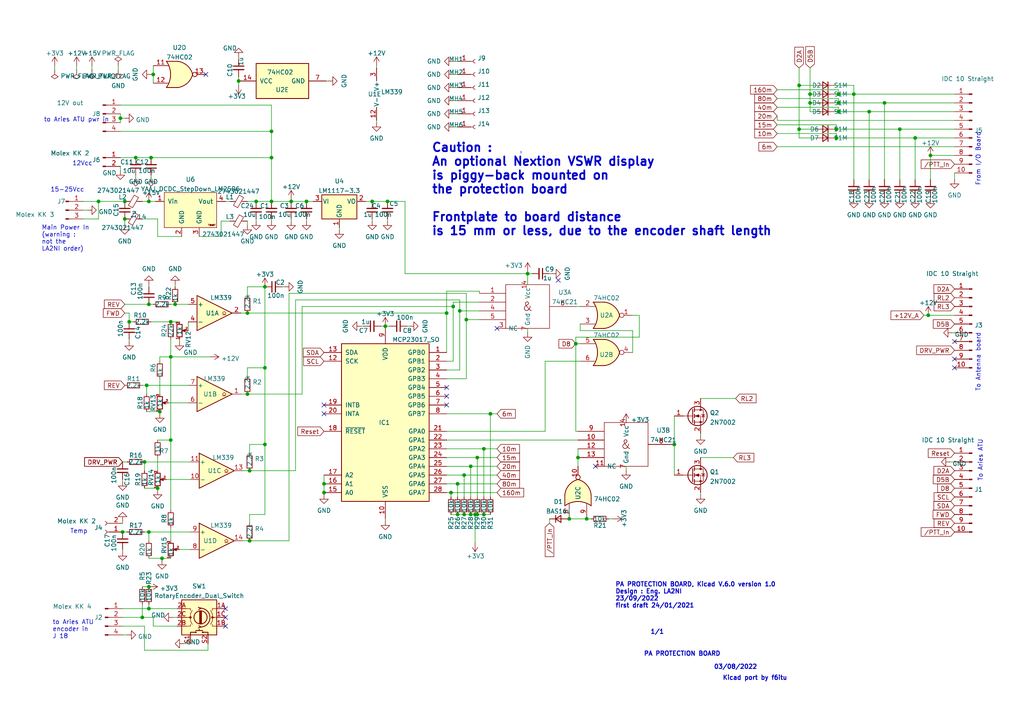
<source format=kicad_sch>
(kicad_sch (version 20230121) (generator eeschema)
  (paper "A4")
  (junction (at 43.18 58.42))
  (junction (at 140.335 149.225))
  (junction (at 41.91 133.985))
  (junction (at 45.72 141.605))
  (junction (at 39.37 45.72))
  (junction (at 195.58 128.905))
  (junction (at 132.715 149.225))
  (junction (at 140.335 130.175))
  (junction (at 167.005 99.695))
  (junction (at 34.925 34.29))
  (junction (at 234.95 27.305))
  (junction (at 112.395 58.42))
  (junction (at 133.35 90.17))
  (junction (at 269.24 91.44))
  (junction (at 252.095 32.385))
  (junction (at 46.355 119.38))
  (junction (at 129.54 90.805))
  (junction (at 142.24 120.015))
  (junction (at 46.99 161.925))
  (junction (at 234.95 29.845))
  (junction (at 78.74 45.72))
  (junction (at 43.18 154.305))
  (junction (at 269.875 45.085))
  (junction (at 50.8 88.265))
  (junction (at 36.195 58.42))
  (junction (at 74.295 58.42))
  (junction (at 256.54 29.845))
  (junction (at 84.455 58.42))
  (junction (at 135.255 92.71))
  (junction (at 243.205 32.385))
  (junction (at 72.39 136.525))
  (junction (at 71.755 90.805))
  (junction (at 78.74 38.1))
  (junction (at 170.18 150.495))
  (junction (at 43.18 170.18))
  (junction (at 44.45 21.59))
  (junction (at 35.56 154.305))
  (junction (at 111.76 94.615))
  (junction (at 76.835 128.905))
  (junction (at 28.575 58.42))
  (junction (at 265.43 40.005))
  (junction (at 36.195 63.5))
  (junction (at 132.715 140.335))
  (junction (at 49.53 127.635))
  (junction (at 231.775 24.765))
  (junction (at 167.64 132.715))
  (junction (at 137.795 149.225))
  (junction (at 42.545 111.76))
  (junction (at 76.835 83.185))
  (junction (at 242.57 40.005))
  (junction (at 243.205 27.305))
  (junction (at 93.98 140.335))
  (junction (at 37.465 93.345))
  (junction (at 130.81 142.875))
  (junction (at 153.035 79.375))
  (junction (at 138.43 132.715))
  (junction (at 138.43 149.225))
  (junction (at 43.18 88.265))
  (junction (at 134.62 137.795))
  (junction (at 260.985 37.465))
  (junction (at 49.53 93.345))
  (junction (at 243.205 29.845))
  (junction (at 72.39 156.845))
  (junction (at 136.525 149.225))
  (junction (at 242.57 37.465))
  (junction (at 231.775 37.465))
  (junction (at 76.835 106.68))
  (junction (at 43.815 45.72))
  (junction (at 165.1 150.495))
  (junction (at 88.9 58.42))
  (junction (at 93.98 142.875))
  (junction (at 71.755 114.3))
  (junction (at 49.53 103.505))
  (junction (at 107.95 58.42))
  (junction (at 134.62 149.225))
  (junction (at 41.275 179.07))
  (junction (at 69.215 23.495))
  (junction (at 43.18 176.53))
  (junction (at 131.445 88.9))
  (junction (at 78.74 58.42))
  (junction (at 247.65 27.305))
  (junction (at 136.525 135.255))
  (no_connect (at 93.98 117.475))
  (no_connect (at 93.98 120.015))
  (no_connect (at 161.925 81.28))
  (no_connect (at 59.69 21.59))
  (no_connect (at 172.72 135.255))
  (no_connect (at 129.54 112.395))
  (no_connect (at 129.54 114.935))
  (no_connect (at 129.54 117.475))
  (no_connect (at 276.86 99.06))
  (no_connect (at 144.145 95.25))
  (no_connect (at 65.405 181.61))
  (no_connect (at 65.405 179.07))
  (no_connect (at 65.405 176.53))
  (no_connect (at 276.86 106.68))
  (no_connect (at 276.86 104.14))
  (wire (pts (xy 153.035 79.375) (xy 153.035 82.55)))
  (wire (pts (xy 41.275 63.5) (xy 45.72 63.5)))
  (wire (pts (xy 129.54 142.875) (xy 130.81 142.875)))
  (wire (pts (xy 138.43 132.715) (xy 144.145 132.715)))
  (wire (pts (xy 132.715 140.335) (xy 144.145 140.335)))
  (wire (pts (xy 252.095 32.385) (xy 252.095 52.07)))
  (wire (pts (xy 242.57 40.005) (xy 265.43 40.005)))
  (wire (pts (xy 236.855 32.385) (xy 234.95 32.385)))
  (wire (pts (xy 267.97 91.44) (xy 269.24 91.44)))
  (wire (pts (xy 129.54 132.715) (xy 138.43 132.715)))
  (wire (pts (xy 41.91 133.985) (xy 41.91 136.525)))
  (wire (pts (xy 44.45 179.07) (xy 44.45 181.61)))
  (wire (pts (xy 46.355 103.505) (xy 49.53 103.505)))
  (wire (pts (xy 35.56 151.765) (xy 35.56 151.13)))
  (wire (pts (xy 41.91 154.305) (xy 43.18 154.305)))
  (wire (pts (xy 71.755 109.22) (xy 71.755 106.68)))
  (wire (pts (xy 131.445 33.02) (xy 132.715 33.02)))
  (wire (pts (xy 70.485 156.845) (xy 72.39 156.845)))
  (wire (pts (xy 136.525 135.255) (xy 144.145 135.255)))
  (wire (pts (xy 133.35 90.17) (xy 139.065 90.17)))
  (wire (pts (xy 140.335 130.175) (xy 144.145 130.175)))
  (wire (pts (xy 71.755 114.3) (xy 87.63 114.3)))
  (wire (pts (xy 133.35 107.315) (xy 129.54 107.315)))
  (wire (pts (xy 84.455 57.785) (xy 84.455 58.42)))
  (wire (pts (xy 167.005 99.695) (xy 167.005 125.095)))
  (wire (pts (xy 276.86 29.845) (xy 256.54 29.845)))
  (wire (pts (xy 243.205 32.385) (xy 252.095 32.385)))
  (wire (pts (xy 109.22 19.05) (xy 109.22 19.685)))
  (wire (pts (xy 49.53 93.345) (xy 52.07 93.345)))
  (wire (pts (xy 181.61 135.255) (xy 181.61 136.525)))
  (wire (pts (xy 241.935 24.765) (xy 247.65 24.765)))
  (wire (pts (xy 52.07 159.385) (xy 55.245 159.385)))
  (wire (pts (xy 37.465 93.345) (xy 38.735 93.345)))
  (wire (pts (xy 57.785 68.58) (xy 64.135 68.58)))
  (wire (pts (xy 167.64 130.175) (xy 167.64 132.715)))
  (wire (pts (xy 50.8 88.265) (xy 54.61 88.265)))
  (wire (pts (xy 256.54 29.845) (xy 256.54 52.07)))
  (wire (pts (xy 225.425 42.545) (xy 276.86 42.545)))
  (wire (pts (xy 276.86 40.005) (xy 265.43 40.005)))
  (wire (pts (xy 132.715 149.225) (xy 134.62 149.225)))
  (wire (pts (xy 243.205 27.305) (xy 247.65 27.305)))
  (wire (pts (xy 252.095 57.15) (xy 252.095 57.785)))
  (wire (pts (xy 158.115 104.775) (xy 168.275 104.775)))
  (wire (pts (xy 105.41 94.615) (xy 104.775 94.615)))
  (wire (pts (xy 131.445 104.775) (xy 129.54 104.775)))
  (wire (pts (xy 74.295 58.42) (xy 78.74 58.42)))
  (wire (pts (xy 83.82 85.09) (xy 135.255 85.09)))
  (wire (pts (xy 49.53 98.425) (xy 49.53 103.505)))
  (wire (pts (xy 153.035 79.375) (xy 153.035 78.74)))
  (wire (pts (xy 41.275 179.07) (xy 44.45 179.07)))
  (wire (pts (xy 81.915 83.185) (xy 82.55 83.185)))
  (wire (pts (xy 85.725 86.995) (xy 133.35 86.995)))
  (wire (pts (xy 35.56 154.305) (xy 36.83 154.305)))
  (wire (pts (xy 36.195 63.5) (xy 36.195 65.405)))
  (wire (pts (xy 44.45 19.05) (xy 44.45 21.59)))
  (wire (pts (xy 71.755 83.185) (xy 76.835 83.185)))
  (wire (pts (xy 129.54 130.175) (xy 140.335 130.175)))
  (wire (pts (xy 34.925 45.72) (xy 39.37 45.72)))
  (wire (pts (xy 131.445 25.4) (xy 132.715 25.4)))
  (wire (pts (xy 45.72 141.605) (xy 45.72 142.24)))
  (wire (pts (xy 112.395 63.5) (xy 112.395 64.135)))
  (wire (pts (xy 117.475 58.42) (xy 117.475 79.375)))
  (wire (pts (xy 87.63 88.9) (xy 131.445 88.9)))
  (wire (pts (xy 129.54 84.455) (xy 129.54 90.805)))
  (wire (pts (xy 130.81 142.875) (xy 144.145 142.875)))
  (wire (pts (xy 72.39 131.445) (xy 72.39 128.905)))
  (wire (pts (xy 153.035 95.25) (xy 153.035 96.52)))
  (wire (pts (xy 24.13 58.42) (xy 28.575 58.42)))
  (wire (pts (xy 225.425 38.735) (xy 242.57 38.735)))
  (wire (pts (xy 139.065 85.09) (xy 139.065 84.455)))
  (wire (pts (xy 231.775 24.765) (xy 236.855 24.765)))
  (wire (pts (xy 243.205 26.035) (xy 243.205 27.305)))
  (wire (pts (xy 247.65 24.765) (xy 247.65 27.305)))
  (wire (pts (xy 142.24 144.145) (xy 142.24 120.015)))
  (wire (pts (xy 134.62 137.795) (xy 144.145 137.795)))
  (wire (pts (xy 28.575 63.5) (xy 28.575 58.42)))
  (wire (pts (xy 72.39 128.905) (xy 76.835 128.905)))
  (wire (pts (xy 45.72 68.58) (xy 45.72 63.5)))
  (wire (pts (xy 133.35 90.17) (xy 133.35 107.315)))
  (wire (pts (xy 195.58 120.65) (xy 195.58 128.905)))
  (wire (pts (xy 72.39 151.765) (xy 72.39 149.225)))
  (wire (pts (xy 265.43 57.15) (xy 265.43 57.785)))
  (wire (pts (xy 234.95 27.305) (xy 236.855 27.305)))
  (wire (pts (xy 43.18 175.26) (xy 43.18 176.53)))
  (wire (pts (xy 44.45 181.61) (xy 51.435 181.61)))
  (wire (pts (xy 260.985 37.465) (xy 260.985 52.07)))
  (wire (pts (xy 46.355 119.38) (xy 46.355 120.015)))
  (wire (pts (xy 241.935 29.845) (xy 243.205 29.845)))
  (wire (pts (xy 49.53 153.035) (xy 49.53 156.845)))
  (wire (pts (xy 43.815 50.8) (xy 43.815 51.435)))
  (wire (pts (xy 225.425 36.195) (xy 242.57 36.195)))
  (wire (pts (xy 136.525 149.225) (xy 137.795 149.225)))
  (wire (pts (xy 34.925 48.26) (xy 34.925 49.53)))
  (wire (pts (xy 265.43 40.005) (xy 265.43 52.07)))
  (wire (pts (xy 52.07 98.425) (xy 52.07 99.06)))
  (wire (pts (xy 107.95 58.42) (xy 112.395 58.42)))
  (wire (pts (xy 49.53 103.505) (xy 60.96 103.505)))
  (wire (pts (xy 252.095 32.385) (xy 276.86 32.385)))
  (wire (pts (xy 110.49 94.615) (xy 111.76 94.615)))
  (wire (pts (xy 225.425 34.925) (xy 225.425 33.655)))
  (wire (pts (xy 64.135 64.135) (xy 66.675 64.135)))
  (polyline (pts (xy 151.13 43.815) (xy 151.13 44.45)))
  (wire (pts (xy 183.515 95.885) (xy 183.515 102.235)))
  (wire (pts (xy 35.56 139.065) (xy 35.56 139.7)))
  (wire (pts (xy 164.465 150.495) (xy 165.1 150.495)))
  (wire (pts (xy 185.42 97.79) (xy 167.005 97.79)))
  (wire (pts (xy 34.925 34.29) (xy 36.195 34.29)))
  (wire (pts (xy 234.95 19.685) (xy 234.95 27.305)))
  (wire (pts (xy 276.225 96.52) (xy 276.86 96.52)))
  (wire (pts (xy 36.195 88.265) (xy 43.18 88.265)))
  (wire (pts (xy 203.2 142.875) (xy 203.2 143.51)))
  (wire (pts (xy 71.755 85.725) (xy 71.755 83.185)))
  (wire (pts (xy 133.35 86.995) (xy 133.35 90.17)))
  (wire (pts (xy 129.54 137.795) (xy 134.62 137.795)))
  (wire (pts (xy 41.91 181.61) (xy 41.91 188.595)))
  (wire (pts (xy 65.405 58.42) (xy 66.675 58.42)))
  (wire (pts (xy 55.245 186.69) (xy 53.34 186.69)))
  (wire (pts (xy 52.705 68.58) (xy 45.72 68.58)))
  (wire (pts (xy 71.755 58.42) (xy 74.295 58.42)))
  (wire (pts (xy 78.74 63.5) (xy 78.74 64.135)))
  (wire (pts (xy 42.545 119.38) (xy 46.355 119.38)))
  (wire (pts (xy 135.255 85.09) (xy 135.255 92.71)))
  (wire (pts (xy 131.445 29.21) (xy 132.715 29.21)))
  (wire (pts (xy 167.64 132.715) (xy 167.64 135.255)))
  (wire (pts (xy 134.62 149.225) (xy 136.525 149.225)))
  (wire (pts (xy 35.56 184.15) (xy 36.83 184.15)))
  (wire (pts (xy 195.58 128.905) (xy 195.58 137.795)))
  (wire (pts (xy 140.335 130.175) (xy 140.335 144.145)))
  (wire (pts (xy 276.86 50.165) (xy 276.86 52.07)))
  (wire (pts (xy 46.99 161.925) (xy 46.99 162.56)))
  (wire (pts (xy 69.215 23.495) (xy 69.215 22.225)))
  (wire (pts (xy 167.005 125.095) (xy 167.64 125.095)))
  (wire (pts (xy 167.005 99.695) (xy 168.275 99.695)))
  (wire (pts (xy 129.54 127.635) (xy 167.64 127.635)))
  (wire (pts (xy 225.425 31.115) (xy 243.205 31.115)))
  (wire (pts (xy 140.335 149.225) (xy 142.24 149.225)))
  (wire (pts (xy 136.525 135.255) (xy 136.525 144.145)))
  (wire (pts (xy 93.98 137.795) (xy 93.98 140.335)))
  (wire (pts (xy 275.59 133.985) (xy 276.86 133.985)))
  (wire (pts (xy 78.74 38.1) (xy 78.74 45.72)))
  (wire (pts (xy 139.065 87.63) (xy 131.445 87.63)))
  (wire (pts (xy 131.445 36.83) (xy 132.715 36.83)))
  (wire (pts (xy 43.18 88.265) (xy 44.45 88.265)))
  (wire (pts (xy 276.86 37.465) (xy 260.985 37.465)))
  (wire (pts (xy 43.18 161.925) (xy 46.99 161.925)))
  (wire (pts (xy 247.65 57.15) (xy 247.65 57.785)))
  (wire (pts (xy 22.225 19.05) (xy 22.225 20.32)))
  (wire (pts (xy 43.815 93.345) (xy 49.53 93.345)))
  (wire (pts (xy 260.985 57.15) (xy 260.985 57.785)))
  (wire (pts (xy 43.18 154.305) (xy 55.245 154.305)))
  (wire (pts (xy 276.86 27.305) (xy 247.65 27.305)))
  (wire (pts (xy 256.54 57.15) (xy 256.54 57.785)))
  (wire (pts (xy 231.775 24.765) (xy 231.775 37.465)))
  (wire (pts (xy 203.2 125.73) (xy 203.2 126.365)))
  (wire (pts (xy 137.795 149.225) (xy 137.795 157.48)))
  (wire (pts (xy 159.385 150.495) (xy 159.385 151.765)))
  (wire (pts (xy 78.74 30.48) (xy 78.74 38.1)))
  (wire (pts (xy 45.72 132.715) (xy 45.72 136.525)))
  (wire (pts (xy 167.005 88.9) (xy 168.275 88.9)))
  (wire (pts (xy 137.795 149.225) (xy 138.43 149.225)))
  (wire (pts (xy 34.925 38.1) (xy 78.74 38.1)))
  (wire (pts (xy 243.205 28.575) (xy 243.205 29.845)))
  (wire (pts (xy 242.57 38.735) (xy 242.57 40.005)))
  (wire (pts (xy 64.135 68.58) (xy 64.135 64.135)))
  (wire (pts (xy 269.875 45.085) (xy 269.875 52.07)))
  (wire (pts (xy 49.53 103.505) (xy 49.53 127.635)))
  (wire (pts (xy 71.755 90.805) (xy 129.54 90.805)))
  (wire (pts (xy 78.74 45.72) (xy 78.74 58.42)))
  (wire (pts (xy 138.43 149.225) (xy 140.335 149.225)))
  (wire (pts (xy 134.62 137.795) (xy 134.62 144.145)))
  (wire (pts (xy 276.86 34.925) (xy 225.425 34.925)))
  (wire (pts (xy 243.205 29.845) (xy 256.54 29.845)))
  (wire (pts (xy 269.875 57.15) (xy 269.875 57.785)))
  (wire (pts (xy 69.215 17.145) (xy 69.215 16.51)))
  (wire (pts (xy 39.37 45.72) (xy 43.815 45.72)))
  (wire (pts (xy 46.355 104.775) (xy 46.355 103.505)))
  (wire (pts (xy 69.85 90.805) (xy 71.755 90.805)))
  (wire (pts (xy 84.455 58.42) (xy 88.9 58.42)))
  (wire (pts (xy 41.91 133.985) (xy 55.245 133.985)))
  (wire (pts (xy 70.485 136.525) (xy 72.39 136.525)))
  (wire (pts (xy 185.42 91.44) (xy 185.42 97.79)))
  (wire (pts (xy 50.165 179.07) (xy 51.435 179.07)))
  (wire (pts (xy 34.925 34.29) (xy 34.925 35.56)))
  (wire (pts (xy 138.43 132.715) (xy 138.43 144.145)))
  (wire (pts (xy 242.57 37.465) (xy 260.985 37.465)))
  (wire (pts (xy 39.37 50.8) (xy 39.37 51.435)))
  (wire (pts (xy 247.65 27.305) (xy 247.65 52.07)))
  (wire (pts (xy 41.275 175.26) (xy 41.275 179.07)))
  (wire (pts (xy 45.72 127.635) (xy 49.53 127.635)))
  (wire (pts (xy 83.82 156.845) (xy 83.82 85.09)))
  (wire (pts (xy 231.775 19.685) (xy 231.775 24.765)))
  (wire (pts (xy 49.53 88.265) (xy 50.8 88.265)))
  (wire (pts (xy 24.13 63.5) (xy 28.575 63.5)))
  (wire (pts (xy 43.18 154.305) (xy 43.18 156.845)))
  (wire (pts (xy 49.53 127.635) (xy 49.53 147.955)))
  (wire (pts (xy 24.13 60.96) (xy 25.4 60.96)))
  (wire (pts (xy 131.445 17.78) (xy 132.715 17.78)))
  (wire (pts (xy 131.445 87.63) (xy 131.445 88.9)))
  (wire (pts (xy 41.91 188.595) (xy 60.325 188.595)))
  (wire (pts (xy 93.98 142.875) (xy 93.98 143.51)))
  (wire (pts (xy 48.26 139.065) (xy 55.245 139.065)))
  (wire (pts (xy 37.465 98.425) (xy 37.465 99.06)))
  (wire (pts (xy 131.445 21.59) (xy 132.715 21.59)))
  (wire (pts (xy 71.755 106.68) (xy 76.835 106.68)))
  (wire (pts (xy 41.275 58.42) (xy 43.18 58.42)))
  (wire (pts (xy 132.715 140.335) (xy 132.715 144.145)))
  (wire (pts (xy 46.99 161.925) (xy 49.53 161.925)))
  (wire (pts (xy 130.81 149.225) (xy 132.715 149.225)))
  (wire (pts (xy 35.56 133.985) (xy 36.83 133.985)))
  (wire (pts (xy 231.775 37.465) (xy 236.855 37.465)))
  (wire (pts (xy 15.875 19.05) (xy 15.875 20.32)))
  (wire (pts (xy 60.325 186.69) (xy 60.325 188.595)))
  (wire (pts (xy 34.925 33.02) (xy 34.925 34.29)))
  (wire (pts (xy 159.385 79.375) (xy 160.02 79.375)))
  (wire (pts (xy 203.2 115.57) (xy 213.36 115.57)))
  (wire (pts (xy 129.54 90.805) (xy 129.54 102.235)))
  (wire (pts (xy 28.575 58.42) (xy 36.195 58.42)))
  (wire (pts (xy 225.425 28.575) (xy 243.205 28.575)))
  (wire (pts (xy 142.24 120.015) (xy 144.145 120.015)))
  (wire (pts (xy 26.67 19.05) (xy 26.67 20.32)))
  (wire (pts (xy 130.81 142.875) (xy 130.81 144.145)))
  (wire (pts (xy 234.95 29.845) (xy 236.855 29.845)))
  (wire (pts (xy 241.935 32.385) (xy 243.205 32.385)))
  (wire (pts (xy 43.18 170.18) (xy 41.275 170.18)))
  (wire (pts (xy 69.215 24.765) (xy 69.215 23.495)))
  (wire (pts (xy 129.54 125.095) (xy 158.115 125.095)))
  (wire (pts (xy 44.45 21.59) (xy 44.45 24.13)))
  (wire (pts (xy 35.56 181.61) (xy 41.91 181.61)))
  (wire (pts (xy 34.925 30.48) (xy 78.74 30.48)))
  (wire (pts (xy 269.24 91.44) (xy 276.86 91.44)))
  (wire (pts (xy 129.54 135.255) (xy 136.525 135.255)))
  (wire (pts (xy 135.255 92.71) (xy 139.065 92.71)))
  (wire (pts (xy 37.465 93.345) (xy 37.465 90.805)))
  (wire (pts (xy 135.255 109.855) (xy 129.54 109.855)))
  (wire (pts (xy 109.22 34.925) (xy 109.22 35.56)))
  (wire (pts (xy 35.56 159.385) (xy 35.56 160.02)))
  (wire (pts (xy 129.54 120.015) (xy 142.24 120.015)))
  (wire (pts (xy 87.63 114.3) (xy 87.63 88.9)))
  (wire (pts (xy 183.515 91.44) (xy 185.42 91.44)))
  (wire (pts (xy 54.61 93.345) (xy 54.61 95.885)))
  (wire (pts (xy 168.275 93.98) (xy 168.275 95.885)))
  (wire (pts (xy 84.455 63.5) (xy 84.455 64.135)))
  (wire (pts (xy 69.85 114.3) (xy 71.755 114.3)))
  (wire (pts (xy 176.53 150.495) (xy 177.8 150.495)))
  (wire (pts (xy 42.545 111.76) (xy 42.545 114.3)))
  (wire (pts (xy 241.935 27.305) (xy 243.205 27.305)))
  (wire (pts (xy 72.39 149.225) (xy 76.835 149.225)))
  (wire (pts (xy 72.39 156.845) (xy 83.82 156.845)))
  (wire (pts (xy 76.835 83.185) (xy 76.835 106.68)))
  (wire (pts (xy 41.275 111.76) (xy 42.545 111.76)))
  (wire (pts (xy 76.835 128.905) (xy 76.835 149.225)))
  (wire (pts (xy 129.54 140.335) (xy 132.715 140.335)))
  (wire (pts (xy 203.2 132.715) (xy 212.725 132.715)))
  (wire (pts (xy 234.95 29.845) (xy 234.95 27.305)))
  (wire (pts (xy 71.755 64.135) (xy 71.755 65.405)))
  (wire (pts (xy 74.295 63.5) (xy 74.295 64.135)))
  (wire (pts (xy 98.425 66.04) (xy 98.425 66.675)))
  (wire (pts (xy 88.9 63.5) (xy 88.9 64.135)))
  (wire (pts (xy 37.465 90.805) (xy 36.195 90.805)))
  (wire (pts (xy 43.815 45.72) (xy 78.74 45.72)))
  (wire (pts (xy 46.355 109.855) (xy 46.355 114.3)))
  (wire (pts (xy 35.56 179.07) (xy 41.275 179.07)))
  (wire (pts (xy 42.545 111.76) (xy 54.61 111.76)))
  (wire (pts (xy 44.45 21.59) (xy 43.815 21.59)))
  (wire (pts (xy 35.56 176.53) (xy 43.18 176.53)))
  (wire (pts (xy 78.74 58.42) (xy 84.455 58.42)))
  (wire (pts (xy 94.615 23.495) (xy 95.25 23.495)))
  (wire (pts (xy 231.775 40.005) (xy 231.775 37.465)))
  (wire (pts (xy 167.005 97.79) (xy 167.005 99.695)))
  (wire (pts (xy 165.1 150.495) (xy 170.18 150.495)))
  (wire (pts (xy 135.255 92.71) (xy 135.255 109.855)))
  (wire (pts (xy 88.9 58.42) (xy 90.805 58.42)))
  (wire (pts (xy 41.91 141.605) (xy 45.72 141.605)))
  (wire (pts (xy 243.205 31.115) (xy 243.205 32.385)))
  (wire (pts (xy 225.425 26.035) (xy 243.205 26.035)))
  (wire (pts (xy 106.045 58.42) (xy 107.95 58.42)))
  (wire (pts (xy 118.11 94.615) (xy 118.745 94.615)))
  (wire (pts (xy 154.305 79.375) (xy 153.035 79.375)))
  (wire (pts (xy 43.18 176.53) (xy 51.435 176.53)))
  (wire (pts (xy 111.76 150.495) (xy 111.76 151.13)))
  (wire (pts (xy 72.39 136.525) (xy 85.725 136.525)))
  (wire (pts (xy 112.395 58.42) (xy 117.475 58.42)))
  (wire (pts (xy 76.835 106.68) (xy 76.835 128.905)))
  (wire (pts (xy 117.475 79.375) (xy 153.035 79.375)))
  (wire (pts (xy 107.95 63.5) (xy 107.95 64.135)))
  (wire (pts (xy 43.18 83.185) (xy 43.18 82.55)))
  (wire (pts (xy 170.18 150.495) (xy 171.45 150.495)))
  (wire (pts (xy 50.8 83.185) (xy 50.8 82.55)))
  (wire (pts (xy 242.57 36.195) (xy 242.57 37.465)))
  (wire (pts (xy 34.29 19.05) (xy 34.29 20.32)))
  (wire (pts (xy 236.855 40.005) (xy 231.775 40.005)))
  (wire (pts (xy 168.275 95.885) (xy 183.515 95.885)))
  (wire (pts (xy 93.98 140.335) (xy 93.98 142.875)))
  (wire (pts (xy 85.725 136.525) (xy 85.725 86.995)))
  (wire (pts (xy 111.76 94.615) (xy 113.03 94.615)))
  (wire (pts (xy 139.065 84.455) (xy 129.54 84.455)))
  (wire (pts (xy 241.935 40.005) (xy 242.57 40.005)))
  (wire (pts (xy 241.935 37.465) (xy 242.57 37.465)))
  (wire (pts (xy 234.95 32.385) (xy 234.95 29.845)))
  (wire (pts (xy 43.18 58.42) (xy 45.085 58.42)))
  (wire (pts (xy 276.86 45.085) (xy 269.875 45.085)))
  (wire (pts (xy 131.445 88.9) (xy 131.445 104.775)))
  (wire (pts (xy 48.895 116.84) (xy 54.61 116.84)))
  (wire (pts (xy 158.115 125.095) (xy 158.115 104.775)))
  (text "12Vcc" (at 20.955 48.26 0) (effects (font (size 1.27 1.27)) (justify left bottom)))
  (text "03/08/2022\n" (at 207.01 194.31 0) (effects (font (size 1.27 1.27) bold) (justify left bottom)))
  (text "PA PROTECTION BOARD, Kicad V.6.0 version 1.0\nDesign : Eng. LA2NI\n23/09/2022\nfirst draft 24/01/2021" (at 178.435 176.53 0) (effects (font (size 1.27 1.27) bold) (justify left bottom)))
  (text "Temp\n" (at 20.32 154.94 0) (effects (font (size 1.27 1.27)) (justify left bottom)))
  (text "to Aries ATU pwr in" (at 12.7 35.56 0) (effects (font (size 1.27 1.27)) (justify left bottom)))
  (text "To Aries ATU " (at 285.115 139.7 90) (effects (font (size 1.27 1.27)) (justify left bottom)))
  (text "Main Power In\n(warning : \nnot the \nLA2NI order)\n" (at 12.065 73.025 0) (effects (font (size 1.27 1.27)) (justify left bottom)))
  (text "PA PROTECTION BOARD" (at 186.69 190.5 0) (effects (font (size 1.27 1.27) bold) (justify left bottom)))
  (text "1/1\n" (at 188.595 184.15 0) (effects (font (size 1.27 1.27) bold) (justify left bottom)))
  (text "Caution : \nAn optional Nextion VSWR display \nis piggy-back mounted on\nthe protection board\n\nFrontplate to board distance \nis 15 mm or less, due to the encoder shaft length \n" (at 125.095 68.58 0) (effects (font (size 2.5 2.5) (thickness 0.5) bold) (justify left bottom)))
  (text "15-25Vcc\n" (at 14.605 55.88 0) (effects (font (size 1.27 1.27)) (justify left bottom)))
  (text "Kicad port by f6itu" (at 209.55 197.485 0) (effects (font (size 1.27 1.27) bold) (justify left bottom)))
  (text "To Antenna board\n" (at 284.48 113.665 90) (effects (font (size 1.27 1.27)) (justify left bottom)))
  (text "From I/O Board\n" (at 284.48 53.975 90) (effects (font (size 1.27 1.27)) (justify left bottom)))
  (text "to Aries ATU \nencoder in\nJ 18\n" (at 15.24 185.42 0) (effects (font (size 1.27 1.27)) (justify left bottom)))
  (global_label "RL3" (shape input) (at 212.725 132.715 0) (property "Intersheetrefs" "${INTERSHEET_REFS}" (effects hide)))
  (global_label "REV" (shape input) (at 36.195 111.76 180) (property "Intersheetrefs" "${INTERSHEET_REFS}" (effects hide)))
  (global_label "40m" (shape input) (at 144.145 137.795 0) (property "Intersheetrefs" "${INTERSHEET_REFS}" (effects hide)))
  (global_label "10m" (shape input) (at 225.425 38.735 180) (property "Intersheetrefs" "${INTERSHEET_REFS}" (effects hide)))
  (global_label "{slash}PTT_In" (shape input) (at 276.86 154.305 180) (property "Intersheetrefs" "${INTERSHEET_REFS}" (effects hide)))
  (global_label "{slash}PTT_In" (shape input) (at 276.86 47.625 180) (property "Intersheetrefs" "${INTERSHEET_REFS}" (effects hide)))
  (global_label "D5B" (shape input) (at 276.86 139.065 180) (property "Intersheetrefs" "${INTERSHEET_REFS}" (effects hide)))
  (global_label "40m" (shape input) (at 225.425 31.115 180) (property "Intersheetrefs" "${INTERSHEET_REFS}" (effects hide)))
  (global_label "SDA" (shape input) (at 93.98 102.235 180) (property "Intersheetrefs" "${INTERSHEET_REFS}" (effects hide)))
  (global_label "6m" (shape input) (at 225.425 42.545 180) (property "Intersheetrefs" "${INTERSHEET_REFS}" (effects hide)))
  (global_label "SCL" (shape input) (at 93.98 104.775 180) (property "Intersheetrefs" "${INTERSHEET_REFS}" (effects hide)))
  (global_label "FWD" (shape input) (at 36.195 90.805 180) (property "Intersheetrefs" "${INTERSHEET_REFS}" (effects hide)))
  (global_label "DRV_PWR" (shape input) (at 276.86 101.6 180) (property "Intersheetrefs" "${INTERSHEET_REFS}" (effects hide)))
  (global_label "RL2" (shape input) (at 276.86 86.36 180) (property "Intersheetrefs" "${INTERSHEET_REFS}" (effects hide)))
  (global_label "Reset" (shape input) (at 276.86 131.445 180) (property "Intersheetrefs" "${INTERSHEET_REFS}" (effects hide)))
  (global_label "Reset" (shape input) (at 93.98 125.095 180) (property "Intersheetrefs" "${INTERSHEET_REFS}" (effects hide)))
  (global_label "SCL" (shape input) (at 276.86 144.145 180) (property "Intersheetrefs" "${INTERSHEET_REFS}" (effects hide)))
  (global_label "20m" (shape input) (at 144.145 135.255 0) (property "Intersheetrefs" "${INTERSHEET_REFS}" (effects hide)))
  (global_label "D2A" (shape input) (at 276.86 83.82 180) (property "Intersheetrefs" "${INTERSHEET_REFS}" (effects hide)))
  (global_label "D2A" (shape input) (at 276.86 136.525 180) (property "Intersheetrefs" "${INTERSHEET_REFS}" (effects hide)))
  (global_label "D2A" (shape input) (at 231.775 19.685 90) (property "Intersheetrefs" "${INTERSHEET_REFS}" (effects hide)))
  (global_label "REV" (shape input) (at 276.86 151.765 180) (property "Intersheetrefs" "${INTERSHEET_REFS}" (effects hide)))
  (global_label "{slash}PTT_In" (shape input) (at 159.385 151.765 270) (property "Intersheetrefs" "${INTERSHEET_REFS}" (effects hide)))
  (global_label "REV" (shape input) (at 36.195 88.265 180) (property "Intersheetrefs" "${INTERSHEET_REFS}" (effects hide)))
  (global_label "DRV_PWR" (shape input) (at 35.56 133.985 180) (property "Intersheetrefs" "${INTERSHEET_REFS}" (effects hide)))
  (global_label "+12V_A" (shape input) (at 267.97 91.44 180) (property "Intersheetrefs" "${INTERSHEET_REFS}" (effects hide)))
  (global_label "20m" (shape input) (at 225.425 33.655 180) (property "Intersheetrefs" "${INTERSHEET_REFS}" (effects hide)))
  (global_label "15m" (shape input) (at 225.425 36.195 180) (property "Intersheetrefs" "${INTERSHEET_REFS}" (effects hide)))
  (global_label "80m" (shape input) (at 144.145 140.335 0) (property "Intersheetrefs" "${INTERSHEET_REFS}" (effects hide)))
  (global_label "6m" (shape input) (at 144.145 120.015 0) (property "Intersheetrefs" "${INTERSHEET_REFS}" (effects hide)))
  (global_label "160m" (shape input) (at 225.425 26.035 180) (property "Intersheetrefs" "${INTERSHEET_REFS}" (effects hide)))
  (global_label "RL3" (shape input) (at 276.86 88.9 180) (property "Intersheetrefs" "${INTERSHEET_REFS}" (effects hide)))
  (global_label "D5B" (shape input) (at 234.95 19.685 90) (property "Intersheetrefs" "${INTERSHEET_REFS}" (effects hide)))
  (global_label "10m" (shape input) (at 144.145 130.175 0) (property "Intersheetrefs" "${INTERSHEET_REFS}" (effects hide)))
  (global_label "DRV_PWR" (shape input) (at 35.56 133.985 180) (property "Intersheetrefs" "${INTERSHEET_REFS}" (effects hide)))
  (global_label "160m" (shape input) (at 144.145 142.875 0) (property "Intersheetrefs" "${INTERSHEET_REFS}" (effects hide)))
  (global_label "80m" (shape input) (at 225.425 28.575 180) (property "Intersheetrefs" "${INTERSHEET_REFS}" (effects hide)))
  (global_label "15m" (shape input) (at 144.145 132.715 0) (property "Intersheetrefs" "${INTERSHEET_REFS}" (effects hide)))
  (global_label "FWD" (shape input) (at 276.86 149.225 180) (property "Intersheetrefs" "${INTERSHEET_REFS}" (effects hide)))
  (global_label "D5B" (shape input) (at 276.86 93.98 180) (property "Intersheetrefs" "${INTERSHEET_REFS}" (effects hide)))
  (global_label "SDA" (shape input) (at 276.86 146.685 180) (property "Intersheetrefs" "${INTERSHEET_REFS}" (effects hide)))
  (global_label "D8" (shape input) (at 167.005 99.695 180) (property "Intersheetrefs" "${INTERSHEET_REFS}" (effects hide)))
  (global_label "D8" (shape input) (at 276.86 141.605 180) (property "Intersheetrefs" "${INTERSHEET_REFS}" (effects hide)))
  (global_label "RL2" (shape input) (at 213.36 115.57 0) (property "Intersheetrefs" "${INTERSHEET_REFS}" (effects hide)))
  (symbol (lib_id "power:GND") (at 37.465 99.06 0) (mirror y) (unit 1)
    (property "Reference" "#PWR0166" (effects hide))
    (property "Value" "GND" (at 37.465 103.6225 0))
  )
  (symbol (lib_id "Device:C_Small") (at 78.74 60.96 0) (mirror x) (unit 1)
    (property "Reference" "C1" (at 78.105 59.69 0) (effects (justify right)))
    (property "Value" "100n" (at 80.01 62.865 0) (effects (justify right)))
    (property "Footprint" "Capacitor_SMD:C_0805_2012Metric_Pad1.18x1.45mm_HandSolder" (effects hide))
  )
  (symbol (lib_id "Device:R_Small") (at 41.91 139.065 0) (mirror x) (unit 1)
    (property "Reference" "R19" (at 40.005 139.065 90))
    (property "Value" "1k" (at 41.91 139.7 90))
    (property "Footprint" "Resistor_SMD:R_0805_2012Metric_Pad1.20x1.40mm_HandSolder" (effects hide))
  )
  (symbol (lib_id "Comparator:LM339") (at 111.76 27.305 0) (unit 5)
    (property "Reference" "U1" (at 106.68 27.305 0) (effects (justify left)))
    (property "Value" "LM339" (at 110.49 26.67 0) (effects (justify left)))
    (property "Footprint" "Package_SO:SOIC-14_3.9x8.7mm_P1.27mm" (effects hide))
    (property "Datasheet" "https://www.st.com/resource/en/datasheet/lm139.pdf" (effects hide))
  )
  (symbol (lib_id "Device:R_Small") (at 136.525 146.685 180) (unit 1)
    (property "Reference" "R28" (at 136.525 153.67 90) (effects (justify right)))
    (property "Value" "10k" (at 136.525 148.59 90) (effects (justify right)))
    (property "Footprint" "Resistor_SMD:R_0805_2012Metric_Pad1.20x1.40mm_HandSolder" (effects hide))
  )
  (symbol (lib_id "power:GND") (at 69.215 16.51 180) (unit 1)
    (property "Reference" "#PWR0152" (effects hide))
    (property "Value" "GND" (at 66.675 13.97 0))
  )
  (symbol (lib_id "Device:FerriteBead_Small") (at 38.735 58.42 90) (unit 1)
    (property "Reference" "L2" (at 35.56 57.15 90))
    (property "Value" "2743021447" (at 34.29 55.245 90))
    (property "Footprint" "Fair-Rite_2743021447:Fair-Rite_2743021447" (effects hide))
  )
  (symbol (lib_id "power:GND") (at 260.985 57.785 0) (unit 1)
    (property "Reference" "#PWR0120" (effects hide))
    (property "Value" "GND" (at 260.985 62.3475 0))
  )
  (symbol (lib_id "power:GND") (at 269.875 57.785 0) (unit 1)
    (property "Reference" "#PWR0118" (effects hide))
    (property "Value" "GND" (at 269.875 62.3475 0))
  )
  (symbol (lib_id "Device:C_Small") (at 79.375 83.185 90) (unit 1)
    (property "Reference" "C2" (at 81.28 81.915 90))
    (property "Value" "100n" (at 80.01 85.725 90))
    (property "Footprint" "Capacitor_SMD:C_0805_2012Metric_Pad1.18x1.45mm_HandSolder" (effects hide))
  )
  (symbol (lib_id "Device:R_Small") (at 72.39 133.985 180) (unit 1)
    (property "Reference" "R3" (at 73.8886 133.0765 0) (effects (justify right)))
    (property "Value" "2.2k" (at 72.39 135.255 90) (effects (justify right)))
    (property "Footprint" "Resistor_SMD:R_0805_2012Metric_Pad1.20x1.40mm_HandSolder" (effects hide))
  )
  (symbol (lib_id "power:+12V") (at 22.225 19.05 0) (unit 1)
    (property "Reference" "#PWR0159" (effects hide))
    (property "Value" "+12V" (at 22.225 15.4455 0))
  )
  (symbol (lib_id "power:GND") (at 50.8 82.55 180) (unit 1)
    (property "Reference" "#PWR0110" (effects hide))
    (property "Value" "GND" (at 50.8 77.9875 0))
  )
  (symbol (lib_id "power:GND") (at 181.61 136.525 0) (unit 1)
    (property "Reference" "#PWR0170" (effects hide))
    (property "Value" "GND" (at 181.61 141.0875 0))
  )
  (symbol (lib_id "Device:FerriteBead_Small") (at 69.215 64.135 90) (unit 1)
    (property "Reference" "L3" (at 66.675 62.865 90))
    (property "Value" "2743021447" (at 64.77 67.945 90))
    (property "Footprint" "Fair-Rite_2743021447:Fair-Rite_2743021447" (effects hide))
  )
  (symbol (lib_id "power:PWR_FLAG") (at 22.225 20.32 180) (unit 1)
    (property "Reference" "#FLG0103" (effects hide))
    (property "Value" "PWR_FLAG" (at 23.876 22.069 0) (effects (justify right)))
  )
  (symbol (lib_id "Device:R_Small") (at 43.18 172.72 0) (unit 1)
    (property "Reference" "R23" (at 43.18 165.735 90) (effects (justify right)))
    (property "Value" "10k" (at 43.18 170.815 90) (effects (justify right)))
    (property "Footprint" "Resistor_SMD:R_0805_2012Metric_Pad1.20x1.40mm_HandSolder" (effects hide))
  )
  (symbol (lib_id "Device:R_Small") (at 49.53 150.495 0) (mirror x) (unit 1)
    (property "Reference" "R8" (at 47.625 151.765 90) (effects (justify right)))
    (property "Value" "1k" (at 49.53 152.4 90) (effects (justify right)))
    (property "Footprint" "Resistor_SMD:R_0805_2012Metric_Pad1.20x1.40mm_HandSolder" (effects hide))
  )
  (symbol (lib_id "Device:C_Small") (at 265.43 54.61 0) (mirror x) (unit 1)
    (property "Reference" "C22" (at 264.795 59.055 90) (effects (justify right)))
    (property "Value" "100n" (at 266.7 59.055 90) (effects (justify right)))
    (property "Footprint" "Capacitor_SMD:C_0805_2012Metric_Pad1.18x1.45mm_HandSolder" (effects hide))
  )
  (symbol (lib_id "Device:R_Small") (at 41.275 172.72 0) (unit 1)
    (property "Reference" "R5" (at 41.275 165.735 90) (effects (justify right)))
    (property "Value" "10k" (at 41.275 170.815 90) (effects (justify right)))
    (property "Footprint" "Resistor_SMD:R_0805_2012Metric_Pad1.20x1.40mm_HandSolder" (effects hide))
  )
  (symbol (lib_id "power:GND") (at 39.37 51.435 0) (unit 1)
    (property "Reference" "#PWR0131" (effects hide))
    (property "Value" "GND" (at 39.37 52.705 0))
  )
  (symbol (lib_id "power:+12V") (at 269.875 45.085 0) (unit 1)
    (property "Reference" "#PWR0117" (effects hide))
    (property "Value" "+12V" (at 269.875 41.4805 0))
  )
  (symbol (lib_id "Comparator:LM339") (at 62.23 114.3 0) (unit 2)
    (property "Reference" "U1" (at 60.96 114.3 0))
    (property "Value" "LM339" (at 62.23 109.855 0))
    (property "Footprint" "Package_SO:SOIC-14_3.9x8.7mm_P1.27mm" (effects hide))
    (property "Datasheet" "https://www.st.com/resource/en/datasheet/lm139.pdf" (effects hide))
  )
  (symbol (lib_id "Device:D_Small") (at 239.395 29.845 180) (unit 1)
    (property "Reference" "D4" (at 236.855 29.845 0))
    (property "Value" "S1M" (at 243.84 29.845 0))
    (property "Footprint" "Diode_SMD:D_SMA_Handsoldering" (effects hide))
  )
  (symbol (lib_id "Device:C_Small") (at 35.56 136.525 0) (unit 1)
    (property "Reference" "C16" (at 36.83 140.97 90) (effects (justify left)))
    (property "Value" "100n" (at 33.02 140.335 90) (effects (justify left)))
    (property "Footprint" "Capacitor_SMD:C_0805_2012Metric_Pad1.18x1.45mm_HandSolder" (effects hide))
  )
  (symbol (lib_id "Connector:Conn_01x10_Male") (at 281.94 141.605 0) (mirror y) (unit 1)
    (property "Reference" "J1" (at 282.6512 141.9665 0) (effects (justify right)))
    (property "Value" "IDC 10 Straight" (at 267.335 127.635 0) (effects (justify right)))
    (property "Footprint" "Connector_IDC:IDC-Header_2x05_P2.54mm_Vertical" (effects hide))
  )
  (symbol (lib_id "power:GND") (at 203.2 126.365 0) (unit 1)
    (property "Reference" "#PWR0122" (effects hide))
    (property "Value" "GND" (at 203.2 130.9275 0))
  )
  (symbol (lib_id "Device:R_Small") (at 45.72 130.175 0) (mirror x) (unit 1)
    (property "Reference" "R7" (at 48.895 130.81 0) (effects (justify right)))
    (property "Value" "1k" (at 45.72 131.445 90) (effects (justify right)))
    (property "Footprint" "Resistor_SMD:R_0805_2012Metric_Pad1.20x1.40mm_HandSolder" (effects hide))
  )
  (symbol (lib_id "Device:R_Small") (at 39.37 154.305 90) (unit 1)
    (property "Reference" "R17" (at 39.37 152.4 90))
    (property "Value" "2.2k" (at 39.37 154.305 90))
    (property "Footprint" "Resistor_SMD:R_0805_2012Metric_Pad1.20x1.40mm_HandSolder" (effects hide))
  )
  (symbol (lib_id "power:+3.3V") (at 181.61 122.555 0) (unit 1)
    (property "Reference" "#PWR0175" (effects hide))
    (property "Value" "+3.3V" (at 183.007 121.764 0) (effects (justify left)))
  )
  (symbol (lib_id "Device:R_Small") (at 42.545 116.84 0) (mirror x) (unit 1)
    (property "Reference" "R18" (at 40.64 116.84 90))
    (property "Value" "1k" (at 42.545 117.475 90))
    (property "Footprint" "Resistor_SMD:R_0805_2012Metric_Pad1.20x1.40mm_HandSolder" (effects hide))
  )
  (symbol (lib_id "power:GND") (at 112.395 64.135 0) (unit 1)
    (property "Reference" "#PWR0135" (effects hide))
    (property "Value" "GND" (at 112.395 68.6975 0))
  )
  (symbol (lib_id "power:GND") (at 95.25 23.495 90) (unit 1)
    (property "Reference" "#PWR0146" (effects hide))
    (property "Value" "GND" (at 99.8125 23.495 0))
  )
  (symbol (lib_id "power:+12V") (at 109.22 19.05 0) (unit 1)
    (property "Reference" "#PWR0139" (effects hide))
    (property "Value" "+12V" (at 109.22 15.4455 0))
  )
  (symbol (lib_id "Device:C_Small") (at 156.845 79.375 270) (mirror x) (unit 1)
    (property "Reference" "C9" (at 159.385 78.105 90))
    (property "Value" "1u" (at 158.75 80.645 90))
    (property "Footprint" "Capacitor_SMD:C_0805_2012Metric_Pad1.18x1.45mm_HandSolder" (effects hide))
  )
  (symbol (lib_id "Device:C_Small") (at 252.095 54.61 0) (mirror x) (unit 1)
    (property "Reference" "C23" (at 251.46 59.055 90) (effects (justify right)))
    (property "Value" "100n" (at 253.365 59.055 90) (effects (justify right)))
    (property "Footprint" "Capacitor_SMD:C_0805_2012Metric_Pad1.18x1.45mm_HandSolder" (effects hide))
  )
  (symbol (lib_id "power:GND") (at 265.43 57.785 0) (unit 1)
    (property "Reference" "#PWR0121" (effects hide))
    (property "Value" "GND" (at 265.43 62.3475 0))
  )
  (symbol (lib_id "power:+3.3V") (at 111.76 94.615 0) (unit 1)
    (property "Reference" "#PWR0104" (effects hide))
    (property "Value" "+3.3V" (at 111.76 91.0105 0))
  )
  (symbol (lib_id "power:GND") (at 256.54 57.785 0) (unit 1)
    (property "Reference" "#PWR0126" (effects hide))
    (property "Value" "GND" (at 256.54 62.3475 0))
  )
  (symbol (lib_id "power:GND") (at 82.55 83.185 90) (unit 1)
    (property "Reference" "#PWR0112" (effects hide))
    (property "Value" "GND" (at 87.1125 83.185 0))
  )
  (symbol (lib_id "RotaryEncoder_Dual_Alps_EC11E-Switch_Vertical_H20mm:RotaryEncoder_Dual_Switch") (at 57.785 179.07 0) (mirror y) (unit 1)
    (property "Reference" "SW1" (at 57.785 170.0235 0))
    (property "Value" "RotaryEncoder_Dual_Switch" (at 57.785 172.7986 0))
    (property "Footprint" "RotaryEncoder_Dual_Alps_EC11E-Switch_Vertical_H20mm:RotaryEncoder_Dual_Alps_EC11E-Switch_Vertical_H20mm" (effects hide))
  )
  (symbol (lib_id "power:GND") (at 131.445 36.83 270) (unit 1)
    (property "Reference" "#PWR0140" (effects hide))
    (property "Value" "GND" (at 123.825 36.83 90) (effects (justify left)))
  )
  (symbol (lib_id "Transistor_FET:2N7002") (at 200.66 137.795 0) (unit 1)
    (property "Reference" "Q1" (at 205.867 136.8865 0) (effects (justify left)))
    (property "Value" "2N7002" (at 205.867 139.6616 0) (effects (justify left)))
    (property "Footprint" "Package_TO_SOT_SMD:SOT-23" (effects hide))
    (property "Datasheet" "https://www.onsemi.com/pub/Collateral/NDS7002A-D.PDF" (effects hide))
  )
  (symbol (lib_id "Connector:Conn_01x04_Male") (at 30.48 179.07 0) (unit 1)
    (property "Reference" "J2" (at 28.575 179.07 0))
    (property "Value" "Molex KK 4" (at 20.955 175.895 0))
    (property "Footprint" "Connector_Molex:Molex_KK-254_AE-6410-04A_1x04_P2.54mm_Vertical" (effects hide))
  )
  (symbol (lib_id "Device:C_Small") (at 260.985 54.61 0) (mirror x) (unit 1)
    (property "Reference" "C21" (at 260.35 59.055 90) (effects (justify right)))
    (property "Value" "100n" (at 262.255 59.055 90) (effects (justify right)))
    (property "Footprint" "Capacitor_SMD:C_0805_2012Metric_Pad1.18x1.45mm_HandSolder" (effects hide))
  )
  (symbol (lib_id "Device:R_Small") (at 39.37 133.985 90) (unit 1)
    (property "Reference" "R16" (at 39.37 132.08 90))
    (property "Value" "2.2k" (at 39.37 133.985 90))
    (property "Footprint" "Resistor_SMD:R_0805_2012Metric_Pad1.20x1.40mm_HandSolder" (effects hide))
  )
  (symbol (lib_id "power:GND") (at 275.59 133.985 270) (unit 1)
    (property "Reference" "#PWR0129" (effects hide))
    (property "Value" "GND" (at 276.225 134.464 90) (effects (justify left)))
  )
  (symbol (lib_id "Device:R_Potentiometer_Small") (at 46.355 116.84 0) (mirror x) (unit 1)
    (property "Reference" "RV13" (at 44.45 119.38 90) (effects (justify right)))
    (property "Value" "1k" (at 46.355 118.11 90) (effects (justify right)))
    (property "Footprint" "Potentiometer_SMD:Potentiometer_Bourns_TC33X_Vertical" (effects hide))
  )
  (symbol (lib_id "Connector:Conn_01x01_Female") (at 137.795 29.21 0) (unit 1)
    (property "Reference" "J12" (at 138.5062 28.3015 0) (effects (justify left)))
    (property "Value" "MH4" (at 130.175 28.575 0) (effects (justify left)))
    (property "Footprint" "MountingHole:MountingHole_3.2mm_M3_Pad_Via" (effects hide))
  )
  (symbol (lib_id "power:GND") (at 131.445 21.59 270) (unit 1)
    (property "Reference" "#PWR0143" (effects hide))
    (property "Value" "GND" (at 123.825 21.59 90) (effects (justify left)))
  )
  (symbol (lib_name "YAAJ_DCDC_StepDown_LM2596_1") (lib_id "yaaj_dcdc_stepdown_lm2596:YAAJ_DCDC_StepDown_LM2596") (at 55.245 60.96 0) (unit 1)
    (property "Reference" "U6" (at 55.245 52.0405 0))
    (property "Value" "YAAJ_DCDC_StepDown_LM2596" (at 55.245 54.8156 0))
    (property "Footprint" "Step_down:YAAJ_DCDC_StepDown_LM2596" (effects hide))
  )
  (symbol (lib_id "Connector:Conn_01x02_Female") (at 30.48 154.305 180) (unit 1)
    (property "Reference" "J4" (at 28.575 153.035 0))
    (property "Value" "Molex KK 2" (at 22.225 151.13 0))
    (property "Footprint" "Connector_Molex:Molex_KK-254_AE-6410-02A_1x02_P2.54mm_Vertical" (effects hide))
  )
  (symbol (lib_id "power:+12V") (at 60.96 103.505 270) (unit 1)
    (property "Reference" "#PWR0174" (effects hide))
    (property "Value" "+12V" (at 64.135 103.984 90) (effects (justify left)))
  )
  (symbol (lib_id "Device:R_Potentiometer_Small") (at 45.72 139.065 0) (mirror x) (unit 1)
    (property "Reference" "RV14" (at 43.815 140.97 90) (effects (justify right)))
    (property "Value" "1k" (at 45.72 140.335 90) (effects (justify right)))
    (property "Footprint" "Potentiometer_SMD:Potentiometer_Bourns_TC33X_Vertical" (effects hide))
  )
  (symbol (lib_id "power:GND") (at 109.22 35.56 0) (unit 1)
    (property "Reference" "#PWR0138" (effects hide))
    (property "Value" "GND" (at 109.22 40.1225 0))
  )
  (symbol (lib_id "power:GND") (at 84.455 64.135 0) (unit 1)
    (property "Reference" "#PWR0147" (effects hide))
    (property "Value" "GND" (at 84.455 68.6975 0))
  )
  (symbol (lib_id "power:GND") (at 43.815 21.59 270) (unit 1)
    (property "Reference" "#PWR0154" (effects hide))
    (property "Value" "GND" (at 39.2525 21.59 0))
  )
  (symbol (lib_id "power:+3.3V") (at 69.215 24.765 180) (unit 1)
    (property "Reference" "#PWR0155" (effects hide))
    (property "Value" "+3.3V" (at 66.04 27.94 0) (effects (justify right)))
  )
  (symbol (lib_id "Device:C_Small") (at 256.54 54.61 0) (mirror x) (unit 1)
    (property "Reference" "C20" (at 255.905 59.055 90) (effects (justify right)))
    (property "Value" "100n" (at 257.81 59.055 90) (effects (justify right)))
    (property "Footprint" "Capacitor_SMD:C_0805_2012Metric_Pad1.18x1.45mm_HandSolder" (effects hide))
  )
  (symbol (lib_id "Device:FerriteBead_Small") (at 38.735 63.5 90) (unit 1)
    (property "Reference" "L4" (at 41.275 62.865 90))
    (property "Value" "2743021447" (at 35.56 66.04 90))
    (property "Footprint" "Fair-Rite_2743021447:Fair-Rite_2743021447" (effects hide))
  )
  (symbol (lib_id "Device:C_Small") (at 88.9 60.96 0) (mirror x) (unit 1)
    (property "Reference" "C6" (at 88.265 59.69 0) (effects (justify right)))
    (property "Value" "100n" (at 90.17 62.23 0) (effects (justify right)))
    (property "Footprint" "Capacitor_SMD:C_0805_2012Metric_Pad1.18x1.45mm_HandSolder" (effects hide))
  )
  (symbol (lib_id "Device:D_Small") (at 239.395 32.385 180) (unit 1)
    (property "Reference" "D5" (at 236.855 32.385 0))
    (property "Value" "S1M" (at 243.84 32.385 0))
    (property "Footprint" "Diode_SMD:D_SMA_Handsoldering" (effects hide))
  )
  (symbol (lib_id "power:GND") (at 46.355 120.015 0) (unit 1)
    (property "Reference" "#PWR0114" (effects hide))
    (property "Value" "GND" (at 46.355 124.5775 0))
  )
  (symbol (lib_id "power:GND") (at 71.755 65.405 0) (unit 1)
    (property "Reference" "#PWR0164" (effects hide))
    (property "Value" "GND" (at 71.755 69.9675 0))
  )
  (symbol (lib_id "power:GND") (at 36.195 34.29 90) (unit 1)
    (property "Reference" "#PWR0153" (effects hide))
    (property "Value" "GND" (at 39.37 34.769 90) (effects (justify right)))
  )
  (symbol (lib_id "power:GND") (at 131.445 17.78 270) (unit 1)
    (property "Reference" "#PWR0142" (effects hide))
    (property "Value" "GND" (at 123.825 17.78 90) (effects (justify left)))
  )
  (symbol (lib_id "power:+3.3V") (at 137.795 157.48 180) (unit 1)
    (property "Reference" "#PWR0105" (effects hide))
    (property "Value" "+3.3V" (at 135.255 161.29 0) (effects (justify right)))
  )
  (symbol (lib_id "power:GND") (at 52.07 99.06 0) (unit 1)
    (property "Reference" "#PWR0111" (effects hide))
    (property "Value" "GND" (at 55.245 102.235 0))
  )
  (symbol (lib_id "Device:C_Small") (at 84.455 60.96 0) (mirror x) (unit 1)
    (property "Reference" "C3" (at 83.82 59.69 0) (effects (justify right)))
    (property "Value" "10u" (at 84.455 62.23 0) (effects (justify right)))
    (property "Footprint" "Capacitor_SMD:C_0805_2012Metric_Pad1.18x1.45mm_HandSolder" (effects hide))
  )
  (symbol (lib_id "Device:R_Small") (at 71.755 88.265 180) (unit 1)
    (property "Reference" "R1" (at 73.2536 87.3565 0) (effects (justify right)))
    (property "Value" "2.2k" (at 71.755 89.535 90) (effects (justify right)))
    (property "Footprint" "Resistor_SMD:R_0805_2012Metric_Pad1.20x1.40mm_HandSolder" (effects hide))
  )
  (symbol (lib_id "Connector:Conn_01x10_Male") (at 281.94 37.465 0) (mirror y) (unit 1)
    (property "Reference" "J5" (at 282.6512 37.8265 0) (effects (justify right)))
    (property "Value" "IDC 10 Straight" (at 273.05 22.86 0) (effects (justify right)))
    (property "Footprint" "Connector_IDC:IDC-Header_2x05_P2.54mm_Vertical" (effects hide))
  )
  (symbol (lib_id "74xx:74HC02") (at 175.895 91.44 0) (unit 1)
    (property "Reference" "U2" (at 175.895 91.44 0))
    (property "Value" "74HC02" (at 175.895 86.4386 0))
    (property "Footprint" "Package_SO:SOIC-14_3.9x8.7mm_P1.27mm" (effects hide))
    (property "Datasheet" "http://www.ti.com/lit/gpn/sn74hc02" (effects hide))
  )
  (symbol (lib_id "power:GND") (at 78.74 64.135 0) (unit 1)
    (property "Reference" "#PWR0151" (effects hide))
    (property "Value" "GND" (at 78.74 68.6975 0))
  )
  (symbol (lib_id "Device:C_Small") (at 247.65 54.61 0) (mirror x) (unit 1)
    (property "Reference" "C18" (at 247.015 59.055 90) (effects (justify right)))
    (property "Value" "100n" (at 248.92 59.055 90) (effects (justify right)))
    (property "Footprint" "Capacitor_SMD:C_0805_2012Metric_Pad1.18x1.45mm_HandSolder" (effects hide))
  )
  (symbol (lib_id "power:GND") (at 43.18 82.55 180) (unit 1)
    (property "Reference" "#PWR0165" (effects hide))
    (property "Value" "GND" (at 43.18 77.9875 0))
  )
  (symbol (lib_id "Connector:Conn_01x04_Male") (at 29.845 33.02 0) (unit 1)
    (property "Reference" "J8" (at 27.94 33.02 0))
    (property "Value" "12V out" (at 20.32 29.845 0))
    (property "Footprint" "Connector_Molex:Molex_KK-254_AE-6410-04A_1x04_P2.54mm_Vertical" (effects hide))
  )
  (symbol (lib_id "power:GND") (at 107.95 64.135 0) (unit 1)
    (property "Reference" "#PWR0136" (effects hide))
    (property "Value" "GND" (at 107.95 68.6975 0))
  )
  (symbol (lib_id "Connector:Conn_01x03_Male") (at 19.05 60.96 0) (unit 1)
    (property "Reference" "J7" (at 17.78 58.42 0))
    (property "Value" "Molex KK 3" (at 10.16 62.23 0))
    (property "Footprint" "Connector_Molex:Molex_KK-254_AE-6410-03A_1x03_P2.54mm_Vertical" (effects hide))
  )
  (symbol (lib_id "power:+3.3V") (at 43.18 170.18 270) (unit 1)
    (property "Reference" "#PWR0156" (effects hide))
    (property "Value" "+3.3V" (at 46.355 170.659 90) (effects (justify left)))
  )
  (symbol (lib_id "power:GND") (at 276.225 96.52 270) (unit 1)
    (property "Reference" "#PWR0128" (effects hide))
    (property "Value" "GND" (at 276.86 96.999 90) (effects (justify left)))
  )
  (symbol (lib_id "Device:C_Small") (at 69.215 19.685 0) (mirror y) (unit 1)
    (property "Reference" "C10" (at 66.675 18.415 90) (effects (justify right)))
    (property "Value" "1u" (at 69.85 16.51 90) (effects (justify right)))
    (property "Footprint" "Capacitor_SMD:C_0805_2012Metric_Pad1.18x1.45mm_HandSolder" (effects hide))
  )
  (symbol (lib_id "Device:D_Small") (at 239.395 37.465 180) (unit 1)
    (property "Reference" "D6" (at 236.22 37.465 0))
    (property "Value" "S1M" (at 243.84 37.465 0))
    (property "Footprint" "Diode_SMD:D_SMA_Handsoldering" (effects hide))
  )
  (symbol (lib_id "power:GND") (at 131.445 29.21 270) (unit 1)
    (property "Reference" "#PWR0145" (effects hide))
    (property "Value" "GND" (at 123.825 29.21 90) (effects (justify left)))
  )
  (symbol (lib_id "Device:C_Small") (at 107.95 94.615 90) (mirror x) (unit 1)
    (property "Reference" "C7" (at 105.41 95.885 90))
    (property "Value" "1u" (at 106.045 93.345 90))
    (property "Footprint" "Capacitor_SMD:C_0805_2012Metric_Pad1.18x1.45mm_HandSolder" (effects hide))
  )
  (symbol (lib_id "Device:C_Small") (at 74.295 60.96 0) (mirror x) (unit 1)
    (property "Reference" "C24" (at 73.66 59.69 0) (effects (justify right)))
    (property "Value" "10u" (at 74.295 62.23 0) (effects (justify right)))
    (property "Footprint" "Capacitor_SMD:C_0805_2012Metric_Pad1.18x1.45mm_HandSolder" (effects hide))
  )
  (symbol (lib_id "power:GND") (at 131.445 25.4 270) (unit 1)
    (property "Reference" "#PWR0144" (effects hide))
    (property "Value" "GND" (at 123.825 25.4 90) (effects (justify left)))
  )
  (symbol (lib_id "Device:R_Small") (at 138.43 146.685 180) (unit 1)
    (property "Reference" "R29" (at 138.43 153.67 90) (effects (justify right)))
    (property "Value" "10k" (at 138.43 148.59 90) (effects (justify right)))
    (property "Footprint" "Resistor_SMD:R_0805_2012Metric_Pad1.20x1.40mm_HandSolder" (effects hide))
  )
  (symbol (lib_id "Transistor_FET:2N7002") (at 200.66 120.65 0) (unit 1)
    (property "Reference" "Q2" (at 205.867 119.7415 0) (effects (justify left)))
    (property "Value" "2N7002" (at 205.867 122.5166 0) (effects (justify left)))
    (property "Footprint" "Package_TO_SOT_SMD:SOT-23" (effects hide))
    (property "Datasheet" "https://www.onsemi.com/pub/Collateral/NDS7002A-D.PDF" (effects hide))
  )
  (symbol (lib_id "power:+3.3V") (at 15.875 19.05 0) (unit 1)
    (property "Reference" "#PWR0157" (effects hide))
    (property "Value" "+3.3V" (at 15.875 15.4455 0))
  )
  (symbol (lib_id "power:GND") (at 43.815 51.435 0) (unit 1)
    (property "Reference" "#PWR0133" (effects hide))
    (property "Value" "GND" (at 43.815 52.705 0))
  )
  (symbol (lib_id "74xx:74HC02") (at 167.64 142.875 90) (unit 3)
    (property "Reference" "U2" (at 167.64 140.97 0) (effects (justify right)))
    (property "Value" "74HC02" (at 172.212 144.7416 90) (effects (justify right)))
    (property "Footprint" "Package_SO:SOIC-14_3.9x8.7mm_P1.27mm" (effects hide))
    (property "Datasheet" "http://www.ti.com/lit/gpn/sn74hc02" (effects hide))
  )
  (symbol (lib_id "power:GND") (at 53.34 186.69 270) (mirror x) (unit 1)
    (property "Reference" "#PWR0173" (effects hide))
    (property "Value" "GND" (at 53.975 186.211 90) (effects (justify left)))
  )
  (symbol (lib_id "Device:R_Small") (at 46.355 107.315 0) (mirror x) (unit 1)
    (property "Reference" "R6" (at 44.45 106.68 90))
    (property "Value" "1k" (at 46.355 107.95 90))
    (property "Footprint" "Resistor_SMD:R_0805_2012Metric_Pad1.20x1.40mm_HandSolder" (effects hide))
  )
  (symbol (lib_id "power:GND") (at 46.99 162.56 0) (unit 1)
    (property "Reference" "#PWR0116" (effects hide))
    (property "Value" "GND" (at 46.99 167.1225 0))
  )
  (symbol (lib_id "power:+3.3V") (at 153.035 78.74 0) (unit 1)
    (property "Reference" "#PWR0106" (effects hide))
    (property "Value" "+3.3V" (at 151.638 76.991 0) (effects (justify right)))
  )
  (symbol (lib_id "Device:C_Small") (at 43.815 48.26 0) (mirror x) (unit 1)
    (property "Reference" "C12" (at 43.18 46.99 0) (effects (justify right)))
    (property "Value" "100n" (at 45.085 49.53 0) (effects (justify right)))
    (property "Footprint" "Capacitor_SMD:C_0805_2012Metric_Pad1.18x1.45mm_HandSolder" (effects hide))
  )
  (symbol (lib_id "Device:D_Small") (at 239.395 40.005 180) (unit 1)
    (property "Reference" "D7" (at 236.22 40.005 0))
    (property "Value" "S1M" (at 243.84 40.005 0))
    (property "Footprint" "Diode_SMD:D_SMA_Handsoldering" (effects hide))
  )
  (symbol (lib_id "power:GND") (at 118.745 94.615 90) (unit 1)
    (property "Reference" "#PWR0103" (effects hide))
    (property "Value" "GND" (at 123.3075 94.615 0))
  )
  (symbol (lib_id "power:GND") (at 34.29 20.32 0) (unit 1)
    (property "Reference" "#PWR0160" (effects hide))
    (property "Value" "GND" (at 34.29 24.8825 0))
  )
  (symbol (lib_id "Device:C_Small") (at 115.57 94.615 270) (mirror x) (unit 1)
    (property "Reference" "C8" (at 118.11 95.885 90))
    (property "Value" "100n" (at 117.475 92.075 90))
    (property "Footprint" "Capacitor_SMD:C_0805_2012Metric_Pad1.18x1.45mm_HandSolder" (effects hide))
  )
  (symbol (lib_id "power:PWR_FLAG") (at 15.875 20.32 180) (unit 1)
    (property "Reference" "#FLG0102" (effects hide))
    (property "Value" "PWR_FLAG" (at 17.526 22.069 0) (effects (justify right)))
  )
  (symbol (lib_id "74xx_IEEE:74HC21") (at 181.61 128.905 0) (unit 2)
    (property "Reference" "U3" (at 192.3937 124.8115 0))
    (property "Value" "74HC21" (at 192.3937 127.5866 0))
    (property "Footprint" "Package_SO:SOIC-14_3.9x8.7mm_P1.27mm" (effects hide))
  )
  (symbol (lib_id "Device:D_Small") (at 161.925 150.495 0) (unit 1)
    (property "Reference" "D1" (at 161.925 145.5125 0))
    (property "Value" "BAS16J" (at 161.925 148.2876 0))
    (property "Footprint" "Diode_SMD:D_SOD-323" (effects hide))
  )
  (symbol (lib_id "Device:R_Small") (at 130.81 146.685 180) (unit 1)
    (property "Reference" "R25" (at 130.81 153.67 90) (effects (justify right)))
    (property "Value" "10k" (at 130.81 148.59 90) (effects (justify right)))
    (property "Footprint" "Resistor_SMD:R_0805_2012Metric_Pad1.20x1.40mm_HandSolder" (effects hide))
  )
  (symbol (lib_id "Device:R_Potentiometer_Small") (at 49.53 159.385 0) (mirror x) (unit 1)
    (property "Reference" "RV15" (at 47.625 160.655 90) (effects (justify right)))
    (property "Value" "1k" (at 49.53 161.29 90) (effects (justify right)))
    (property "Footprint" "Potentiometer_SMD:Potentiometer_Bourns_TC33X_Vertical" (effects hide))
  )
  (symbol (lib_id "power:GND") (at 160.02 79.375 90) (unit 1)
    (property "Reference" "#PWR0108" (effects hide))
    (property "Value" "GND" (at 164.5825 79.375 0))
  )
  (symbol (lib_id "power:GND") (at 50.165 179.07 270) (unit 1)
    (property "Reference" "#PWR0171" (effects hide))
    (property "Value" "GND" (at 43.815 178.435 90) (effects (justify left)))
  )
  (symbol (lib_id "Comparator:LM339") (at 62.865 136.525 0) (unit 3)
    (property "Reference" "U1" (at 62.23 136.525 0))
    (property "Value" "LM339" (at 64.77 132.715 0))
    (property "Footprint" "Package_SO:SOIC-14_3.9x8.7mm_P1.27mm" (effects hide))
    (property "Datasheet" "https://www.st.com/resource/en/datasheet/lm139.pdf" (effects hide))
  )
  (symbol (lib_id "Device:R_Small") (at 134.62 146.685 180) (unit 1)
    (property "Reference" "R27" (at 134.62 153.67 90) (effects (justify right)))
    (property "Value" "10k" (at 134.62 148.59 90) (effects (justify right)))
    (property "Footprint" "Resistor_SMD:R_0805_2012Metric_Pad1.20x1.40mm_HandSolder" (effects hide))
  )
  (symbol (lib_id "Device:R_Small") (at 49.53 95.885 0) (mirror x) (unit 1)
    (property "Reference" "R24" (at 47.625 95.885 90))
    (property "Value" "22k" (at 49.53 95.885 90))
    (property "Footprint" "Resistor_SMD:R_0805_2012Metric_Pad1.20x1.40mm_HandSolder" (effects hide))
  )
  (symbol (lib_id "power:+12V") (at 269.24 91.44 0) (unit 1)
    (property "Reference" "#PWR0134" (effects hide))
    (property "Value" "+12V" (at 269.24 87.8355 0))
  )
  (symbol (lib_id "power:GND") (at 36.83 184.15 90) (unit 1)
    (property "Reference" "#PWR0172" (effects hide))
    (property "Value" "GND" (at 40.005 184.629 90) (effects (justify right)))
  )
  (symbol (lib_id "Device:R_Small") (at 71.755 111.76 180) (unit 1)
    (property "Reference" "R2" (at 73.2536 110.8515 0) (effects (justify right)))
    (property "Value" "2.2k" (at 71.755 113.03 90) (effects (justify right)))
    (property "Footprint" "Resistor_SMD:R_0805_2012Metric_Pad1.20x1.40mm_HandSolder" (effects hide))
  )
  (symbol (lib_id "Comparator:LM339") (at 62.23 90.805 0) (unit 1)
    (property "Reference" "U1" (at 61.595 90.805 0))
    (property "Value" "LM339" (at 64.135 86.36 0))
    (property "Footprint" "Package_SO:SOIC-14_3.9x8.7mm_P1.27mm" (effects hide))
    (property "Datasheet" "https://www.st.com/resource/en/datasheet/lm139.pdf" (effects hide))
  )
  (symbol (lib_id "Regulator_Linear:LM1117-3.3") (at 98.425 58.42 0) (unit 1)
    (property "Reference" "U4" (at 98.425 52.5485 0))
    (property "Value" "LM1117-3.3" (at 98.425 55.3236 0))
    (property "Footprint" "Package_TO_SOT_SMD:SOT-223-3_TabPin2" (effects hide))
    (property "Datasheet" "http://www.ti.com/lit/ds/symlink/lm1117.pdf" (effects hide))
  )
  (symbol (lib_id "power:GND") (at 98.425 66.675 0) (unit 1)
    (property "Reference" "#PWR0137" (effects hide))
    (property "Value" "GND" (at 98.425 71.2375 0))
  )
  (symbol (lib_id "Connector:Conn_01x01_Female") (at 137.795 25.4 0) (unit 1)
    (property "Reference" "J11" (at 138.5062 24.4915 0) (effects (justify left)))
    (property "Value" "MH3" (at 130.175 24.765 0) (effects (justify left)))
    (property "Footprint" "MountingHole:MountingHole_3.2mm_M3_Pad_Via" (effects hide))
  )
  (symbol (lib_id "Device:R_Small") (at 50.8 85.725 0) (mirror y) (unit 1)
    (property "Reference" "R22" (at 48.895 83.185 90) (effects (justify right)))
    (property "Value" "1k" (at 50.8 85.09 90) (effects (justify right)))
    (property "Footprint" "Resistor_SMD:R_0805_2012Metric_Pad1.20x1.40mm_HandSolder" (effects hide))
  )
  (symbol (lib_id "power:GND") (at 131.445 33.02 270) (unit 1)
    (property "Reference" "#PWR0141" (effects hide))
    (property "Value" "GND" (at 123.825 33.02 90) (effects (justify left)))
  )
  (symbol (lib_id "Device:R_Small") (at 173.99 150.495 90) (unit 1)
    (property "Reference" "R21" (at 172.085 152.4 90) (effects (justify right)))
    (property "Value" "10k" (at 172.085 150.495 90) (effects (justify right)))
    (property "Footprint" "Resistor_SMD:R_0805_2012Metric_Pad1.20x1.40mm_HandSolder" (effects hide))
  )
  (symbol (lib_id "74xx:74HC02") (at 81.915 23.495 90) (unit 5)
    (property "Reference" "U2" (at 83.82 26.035 90) (effects (justify left)))
    (property "Value" "74HC02" (at 85.09 20.955 90) (effects (justify left)))
    (property "Footprint" "Package_SO:SOIC-14_3.9x8.7mm_P1.27mm" (effects hide))
    (property "Datasheet" "http://www.ti.com/lit/gpn/sn74hc02" (effects hide))
  )
  (symbol (lib_id "Device:R_Potentiometer_Small") (at 52.07 95.885 0) (mirror x) (unit 1)
    (property "Reference" "RV12" (at 54.61 100.965 90) (effects (justify right)))
    (property "Value" "1k" (at 52.07 97.155 90) (effects (justify right)))
    (property "Footprint" "Potentiometer_SMD:Potentiometer_Bourns_TC33X_Vertical" (effects hide))
  )
  (symbol (lib_id "power:GND") (at 276.86 52.07 0) (unit 1)
    (property "Reference" "#PWR0125" (effects hide))
    (property "Value" "GND" (at 276.86 56.6325 0))
  )
  (symbol (lib_id "Interface_Expansion:MCP23017_SO") (at 111.76 122.555 0) (unit 1)
    (property "Reference" "IC1" (at 109.855 122.555 0) (effects (justify left)))
    (property "Value" "MCP23017_SO" (at 113.7794 98.5036 0) (effects (justify left)))
    (property "Footprint" "Package_SO:SOIC-28W_7.5x17.9mm_P1.27mm" (effects hide))
    (property "Datasheet" "http://ww1.microchip.com/downloads/en/DeviceDoc/20001952C.pdf" (effects hide))
  )
  (symbol (lib_id "Device:C_Small") (at 36.195 60.96 0) (mirror x) (unit 1)
    (property "Reference" "C15" (at 33.655 62.865 90) (effects (justify right)))
    (property "Value" "1u" (at 38.735 63.5 90) (effects (justify right)))
    (property "Footprint" "Capacitor_SMD:C_0805_2012Metric_Pad1.18x1.45mm_HandSolder" (effects hide))
  )
  (symbol (lib_id "power:GND") (at 104.775 94.615 270) (unit 1)
    (property "Reference" "#PWR0102" (effects hide))
    (property "Value" "GND" (at 100.2125 94.615 0))
  )
  (symbol (lib_id "74xx_IEEE:74HC21") (at 153.035 88.9 0) (unit 1)
    (property "Reference" "U3" (at 163.8187 84.8065 0))
    (property "Value" "74HC21" (at 163.8187 87.5816 0))
    (property "Footprint" "Package_SO:SOIC-14_3.9x8.7mm_P1.27mm" (effects hide))
  )
  (symbol (lib_id "Connector:Conn_01x01_Female") (at 137.795 33.02 0) (unit 1)
    (property "Reference" "J13" (at 138.5062 32.1115 0) (effects (justify left)))
    (property "Value" "MH5" (at 130.175 32.385 0) (effects (justify left)))
    (property "Footprint" "MountingHole:MountingHole_3.2mm_M3_Pad_Via" (effects hide))
  )
  (symbol (lib_id "Device:C_Small") (at 112.395 60.96 0) (mirror x) (unit 1)
    (property "Reference" "C5" (at 115.57 59.055 0) (effects (justify right)))
    (property "Value" "100n" (at 113.665 62.23 0) (effects (justify right)))
    (property "Footprint" "Capacitor_SMD:C_0805_2012Metric_Pad1.18x1.45mm_HandSolder" (effects hide))
  )
  (symbol (lib_id "power:GND") (at 247.65 57.785 0) (unit 1)
    (property "Reference" "#PWR0119" (effects hide))
    (property "Value" "GND" (at 247.65 62.3475 0))
  )
  (symbol (lib_id "power:+3.3V") (at 76.835 83.185 0) (unit 1)
    (property "Reference" "#PWR0109" (effects hide))
    (property "Value" "+3.3V" (at 76.835 79.5805 0))
  )
  (symbol (lib_id "Device:R_Small") (at 38.735 111.76 90) (mirror x) (unit 1)
    (property "Reference" "R11" (at 38.735 109.855 90))
    (property "Value" "2.2k" (at 38.735 111.76 90))
    (property "Footprint" "Resistor_SMD:R_0805_2012Metric_Pad1.20x1.40mm_HandSolder" (effects hide))
  )
  (symbol (lib_id "power:GND") (at 36.195 65.405 0) (unit 1)
    (property "Reference" "#PWR0132" (effects hide))
    (property "Value" "GND" (at 36.195 69.9675 0))
  )
  (symbol (lib_id "power:GND") (at 88.9 64.135 0) (unit 1)
    (property "Reference" "#PWR0148" (effects hide))
    (property "Value" "GND" (at 88.9 68.6975 0))
  )
  (symbol (lib_id "power:GND") (at 34.925 49.53 0) (unit 1)
    (property "Reference" "#PWR0130" (effects hide))
    (property "Value" "GND" (at 31.75 50.165 0))
  )
  (symbol (lib_id "Device:R_Small") (at 41.275 93.345 90) (unit 1)
    (property "Reference" "R10" (at 40.64 91.44 90))
    (property "Value" "2.2k" (at 41.275 93.345 90))
    (property "Footprint" "Resistor_SMD:R_0805_2012Metric_Pad1.20x1.40mm_HandSolder" (effects hide))
  )
  (symbol (lib_id "Connector:Conn_01x02_Male") (at 29.845 45.72 0) (unit 1)
    (property "Reference" "J6" (at 27.94 46.355 0))
    (property "Value" "Molex KK 2" (at 20.32 44.45 0))
    (property "Footprint" "Connector_Molex:Molex_KK-254_AE-6410-02A_1x02_P2.54mm_Vertical" (effects hide))
  )
  (symbol (lib_id "74xx:74HC02") (at 175.895 102.235 0) (unit 2)
    (property "Reference" "U2" (at 175.895 102.87 0))
    (property "Value" "74HC02" (at 175.895 97.2336 0))
    (property "Footprint" "Package_SO:SOIC-14_3.9x8.7mm_P1.27mm" (effects hide))
    (property "Datasheet" "http://www.ti.com/lit/gpn/sn74hc02" (effects hide))
  )
  (symbol (lib_id "Device:R_Small") (at 43.18 159.385 0) (mirror x) (unit 1)
    (property "Reference" "R20" (at 41.275 159.385 90))
    (property "Value" "1k" (at 43.18 160.02 90))
    (property "Footprint" "Resistor_SMD:R_0805_2012Metric_Pad1.20x1.40mm_HandSolder" (effects hide))
  )
  (symbol (lib_id "Device:C_Small") (at 37.465 95.885 0) (unit 1)
    (property "Reference" "C14" (at 40.005 98.425 90) (effects (justify left)))
    (property "Value" "100n" (at 34.925 97.79 90) (effects (justify left)))
    (property "Footprint" "Capacitor_SMD:C_0805_2012Metric_Pad1.18x1.45mm_HandSolder" (effects hide))
  )
  (symbol (lib_id "Connector:Conn_01x01_Female") (at 137.795 36.83 0) (unit 1)
    (property "Reference" "J14" (at 138.5062 35.9215 0) (effects (justify left)))
    (property "Value" "MH6" (at 130.175 36.195 0) (effects (justify left)))
    (property "Footprint" "MountingHole:MountingHole_3.2mm_M3_Pad_Via" (effects hide))
  )
  (symbol (lib_id "Device:R_Small") (at 140.335 146.685 180) (unit 1)
    (property "Reference" "R30" (at 140.335 153.67 90) (effects (justify right)))
    (property "Value" "10k" (at 140.335 148.59 90) (effects (justify right)))
    (property "Footprint" "Resistor_SMD:R_0805_2012Metric_Pad1.20x1.40mm_HandSolder" (effects hide))
  )
  (symbol (lib_id "Device:D_Small") (at 239.395 27.305 180) (unit 1)
    (property "Reference" "D3" (at 236.855 27.305 0))
    (property "Value" "S1M" (at 243.84 27.305 0))
    (property "Footprint" "Diode_SMD:D_SMA_Handsoldering" (effects hide))
  )
  (symbol (lib_id "Device:FerriteBead_Small") (at 69.215 58.42 90) (unit 1)
    (property "Reference" "L1" (at 66.675 57.15 90))
    (property "Value" "2743021447" (at 69.1769 55.5268 90))
    (property "Footprint" "Fair-Rite_2743021447:Fair-Rite_2743021447" (effects hide))
  )
  (symbol (lib_id "power:+15V") (at 26.67 19.05 0) (unit 1)
    (property "Reference" "#PWR0167" (effects hide))
    (property "Value" "+15V" (at 26.67 15.4455 0))
  )
  (symbol (lib_id "Connector:Conn_01x01_Female") (at 137.795 21.59 0) (unit 1)
    (property "Reference" "J10" (at 138.5062 20.6815 0) (effects (justify left)))
    (property "Value" "MH2" (at 130.175 20.955 0) (effects (justify left)))
    (property "Footprint" "MountingHole:MountingHole_3.2mm_M3_Pad_Via" (effects hide))
  )
  (symbol (lib_id "power:GND") (at 25.4 60.96 90) (unit 1)
    (property "Reference" "#PWR?" (effects hide))
    (property "Value" "GND" (at 28.575 61.439 90) (effects (justify right)))
  )
  (symbol (lib_id "power:GND") (at 35.56 160.02 0) (mirror y) (unit 1)
    (property "Reference" "#PWR0161" (effects hide))
    (property "Value" "GND" (at 35.56 164.5825 0))
  )
  (symbol (lib_id "Device:R_Small") (at 132.715 146.685 180) (unit 1)
    (property "Reference" "R26" (at 132.715 153.67 90) (effects (justify right)))
    (property "Value" "10k" (at 132.715 148.59 90) (effects (justify right)))
    (property "Footprint" "Resistor_SMD:R_0805_2012Metric_Pad1.20x1.40mm_HandSolder" (effects hide))
  )
  (symbol (lib_id "Connector:Conn_01x10_Male") (at 281.94 93.98 0) (mirror y) (unit 1)
    (property "Reference" "J3" (at 282.6512 94.3415 0) (effects (justify right)))
    (property "Value" "IDC 10 Straight" (at 268.605 79.375 0) (effects (justify right)))
    (property "Footprint" "Connector_IDC:IDC-Header_2x05_P2.54mm_Vertical" (effects hide))
  )
  (symbol (lib_id "Connector:Conn_01x01_Female") (at 137.795 17.78 0) (unit 1)
    (property "Reference" "J9" (at 138.5062 16.8715 0) (effects (justify left)))
    (property "Value" "MH1" (at 130.175 17.145 0) (effects (justify left)))
    (property "Footprint" "MountingHole:MountingHole_3.2mm_M3_Pad_Via" (effects hide))
  )
  (symbol (lib_id "power:GND") (at 35.56 139.7 0) (mirror y) (unit 1)
    (property "Reference" "#PWR0162" (effects hide))
    (property "Value" "GND" (at 35.56 144.2625 0))
  )
  (symbol (lib_id "Device:C_Small") (at 43.18 85.725 0) (mirror x) (unit 1)
    (property "Reference" "C13" (at 38.735 85.725 90) (effects (justify right)))
    (property "Value" "100n" (at 40.64 86.995 90) (effects (justify right)))
    (property "Footprint" "Capacitor_SMD:C_0805_2012Metric_Pad1.18x1.45mm_HandSolder" (effects hide))
  )
  (symbol (lib_id "power:+12V") (at 84.455 57.785 0) (unit 1)
    (property "Reference" "#PWR0149" (effects hide))
    (property "Value" "+12V" (at 84.455 54.1805 0))
  )
  (symbol (lib_id "74xx:74HC02") (at 52.07 21.59 0) (unit 4)
    (property "Reference" "U2" (at 52.07 13.8135 0))
    (property "Value" "74HC02" (at 52.07 16.5886 0))
    (property "Footprint" "Package_SO:SOIC-14_3.9x8.7mm_P1.27mm" (effects hide))
    (property "Datasheet" "http://www.ti.com/lit/gpn/sn74hc02" (effects hide))
  )
  (symbol (lib_id "Device:R_Small") (at 46.99 88.265 90) (mirror x) (unit 1)
    (property "Reference" "R9" (at 46.99 86.36 90))
    (property "Value" "2.2k" (at 46.99 88.265 90))
    (property "Footprint" "Resistor_SMD:R_0805_2012Metric_Pad1.20x1.40mm_HandSolder" (effects hide))
  )
  (symbol (lib_id "power:GND") (at 35.56 151.13 0) (mirror x) (unit 1)
    (property "Reference" "#PWR0163" (effects hide))
    (property "Value" "GND" (at 35.56 146.5675 0))
  )
  (symbol (lib_id "Comparator:LM339") (at 62.865 156.845 0) (unit 4)
    (property "Reference" "U1" (at 60.96 156.845 0))
    (property "Value" "LM339" (at 64.135 152.4 0))
    (property "Footprint" "Package_SO:SOIC-14_3.9x8.7mm_P1.27mm" (effects hide))
    (property "Datasheet" "https://www.st.com/resource/en/datasheet/lm139.pdf" (effects hide))
  )
  (symbol (lib_id "Device:C_Small") (at 35.56 156.845 0) (unit 1)
    (property "Reference" "C17" (at 31.115 158.75 90) (effects (justify left)))
    (property "Value" "100n" (at 33.02 160.02 90) (effects (justify left)))
    (property "Footprint" "Capacitor_SMD:C_0805_2012Metric_Pad1.18x1.45mm_HandSolder" (effects hide))
  )
  (symbol (lib_id "power:GND") (at 74.295 64.135 0) (unit 1)
    (property "Reference" "#PWR0150" (effects hide))
    (property "Value" "GND" (at 74.295 68.6975 0))
  )
  (symbol (lib_id "power:GND") (at 93.98 143.51 0) (unit 1)
    (property "Reference" "#PWR0101" (effects hide))
    (property "Value" "GND" (at 93.98 148.0725 0))
  )
  (symbol (lib_id "power:GND") (at 111.76 151.13 0) (unit 1)
    (property "Reference" "#PWR0113" (effects hide))
    (property "Value" "GND" (at 111.76 155.6925 0))
  )
  (symbol (lib_id "power:GND") (at 45.72 142.24 0) (unit 1)
    (property "Reference" "#PWR0115" (effects hide))
    (property "Value" "GND" (at 45.72 146.8025 0))
  )
  (symbol (lib_id "power:+15V") (at 43.18 58.42 0) (unit 1)
    (property "Reference" "#PWR0169" (effects hide))
    (property "Value" "+15V" (at 43.815 55.88 0))
  )
  (symbol (lib_id "Device:C_Small") (at 269.875 54.61 0) (mirror x) (unit 1)
    (property "Reference" "C19" (at 269.24 59.055 90) (effects (justify right)))
    (property "Value" "100n" (at 271.145 59.055 90) (effects (justify right)))
    (property "Footprint" "Capacitor_SMD:C_0805_2012Metric_Pad1.18x1.45mm_HandSolder" (effects hide))
  )
  (symbol (lib_id "Device:R_Small") (at 72.39 154.305 180) (unit 1)
    (property "Reference" "R4" (at 73.8886 153.3965 0) (effects (justify right)))
    (property "Value" "2.2k" (at 72.39 156.21 90) (effects (justify right)))
    (property "Footprint" "Resistor_SMD:R_0805_2012Metric_Pad1.20x1.40mm_HandSolder" (effects hide))
  )
  (symbol (lib_id "power:PWR_FLAG") (at 26.67 20.32 180) (unit 1)
    (property "Reference" "#FLG0104" (effects hide))
    (property "Value" "PWR_FLAG" (at 28.321 22.069 0) (effects (justify right)))
  )
  (symbol (lib_id "Device:D_Small") (at 239.395 24.765 180) (unit 1)
    (property "Reference" "D2" (at 236.855 24.765 0))
    (property "Value" "S1M" (at 243.84 24.765 0))
    (property "Footprint" "Diode_SMD:D_SMA_Handsoldering" (effects hide))
  )
  (symbol (lib_id "Device:R_Small") (at 142.24 146.685 180) (unit 1)
    (property "Reference" "R31" (at 142.24 153.67 90) (effects (justify right)))
    (property "Value" "10k" (at 142.24 148.59 90) (effects (justify right)))
    (property "Footprint" "Resistor_SMD:R_0805_2012Metric_Pad1.20x1.40mm_HandSolder" (effects hide))
  )
  (symbol (lib_id "power:GND") (at 153.035 96.52 0) (unit 1)
    (property "Reference" "#PWR0107" (effects hide))
    (property "Value" "GND" (at 153.035 104.14 90) (effects (justify left)))
  )
  (symbol (lib_id "power:GND") (at 203.2 143.51 0) (unit 1)
    (property "Reference" "#PWR0124" (effects hide))
    (property "Value" "GND" (at 203.2 148.0725 0))
  )
  (symbol (lib_id "Device:C_Small") (at 39.37 48.26 0) (mirror x) (unit 1)
    (property "Reference" "C11" (at 38.735 46.99 0) (effects (justify right)))
    (property "Value" "10u" (at 39.37 49.53 0) (effects (justify right)))
    (property "Footprint" "Capacitor_SMD:C_0805_2012Metric_Pad1.18x1.45mm_HandSolder" (effects hide))
  )
  (symbol (lib_id "power:+3.3V") (at 177.8 150.495 270) (unit 1)
    (property "Reference" "#PWR0123" (effects hide))
    (property "Value" "+3.3V" (at 180.975 153.035 0) (effects (justify right)))
  )
  (symbol (lib_id "Device:C_Small") (at 107.95 60.96 0) (mirror x) (unit 1)
    (property "Reference" "C4" (at 110.49 59.69 0) (effects (justify right)))
    (property "Value" "1u" (at 107.95 62.23 0) (effects (justify right)))
    (property "Footprint" "Capacitor_SMD:C_0805_2012Metric_Pad1.18x1.45mm_HandSolder" (effects hide))
  )
  (symbol (lib_id "power:PWR_FLAG") (at 34.29 19.05 0) (unit 1)
    (property "Reference" "#FLG0101" (effects hide))
    (property "Value" "PWR_FLAG" (at 34.29 15.4455 0))
  )
  (symbol (lib_id "power:GND") (at 252.095 57.785 0) (unit 1)
    (property "Reference" "#PWR0127" (effects hide))
    (property "Value" "GND" (at 252.095 62.3475 0))
  )
)
</source>
